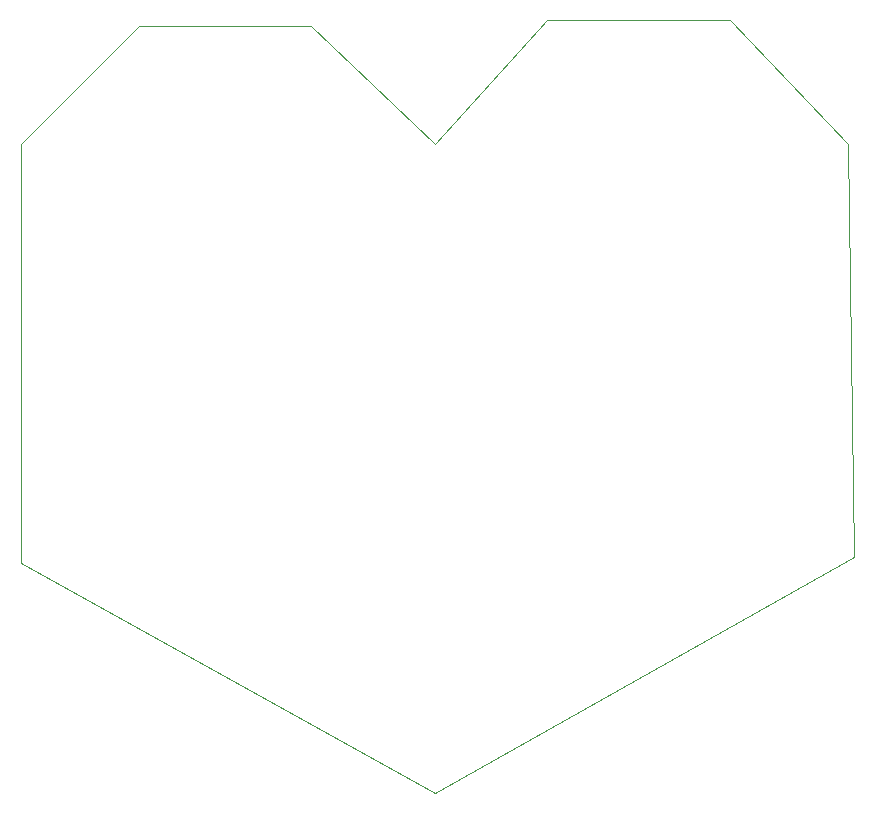
<source format=gm1>
G04 #@! TF.GenerationSoftware,KiCad,Pcbnew,9.0.2*
G04 #@! TF.CreationDate,2025-06-11T20:44:21-07:00*
G04 #@! TF.ProjectId,solder,736f6c64-6572-42e6-9b69-6361645f7063,rev?*
G04 #@! TF.SameCoordinates,Original*
G04 #@! TF.FileFunction,Profile,NP*
%FSLAX46Y46*%
G04 Gerber Fmt 4.6, Leading zero omitted, Abs format (unit mm)*
G04 Created by KiCad (PCBNEW 9.0.2) date 2025-06-11 20:44:21*
%MOMM*%
%LPD*%
G01*
G04 APERTURE LIST*
G04 #@! TA.AperFunction,Profile*
%ADD10C,0.050000*%
G04 #@! TD*
G04 APERTURE END LIST*
D10*
X95000000Y-30000000D02*
X95500000Y-65000000D01*
X60000000Y-85000000D01*
X25000000Y-65500000D01*
X25000000Y-30000000D01*
X35000000Y-20000000D01*
X49500000Y-20000000D01*
X60000000Y-30000000D01*
X69500000Y-19500000D01*
X85000000Y-19500000D01*
X95000000Y-30000000D01*
M02*

</source>
